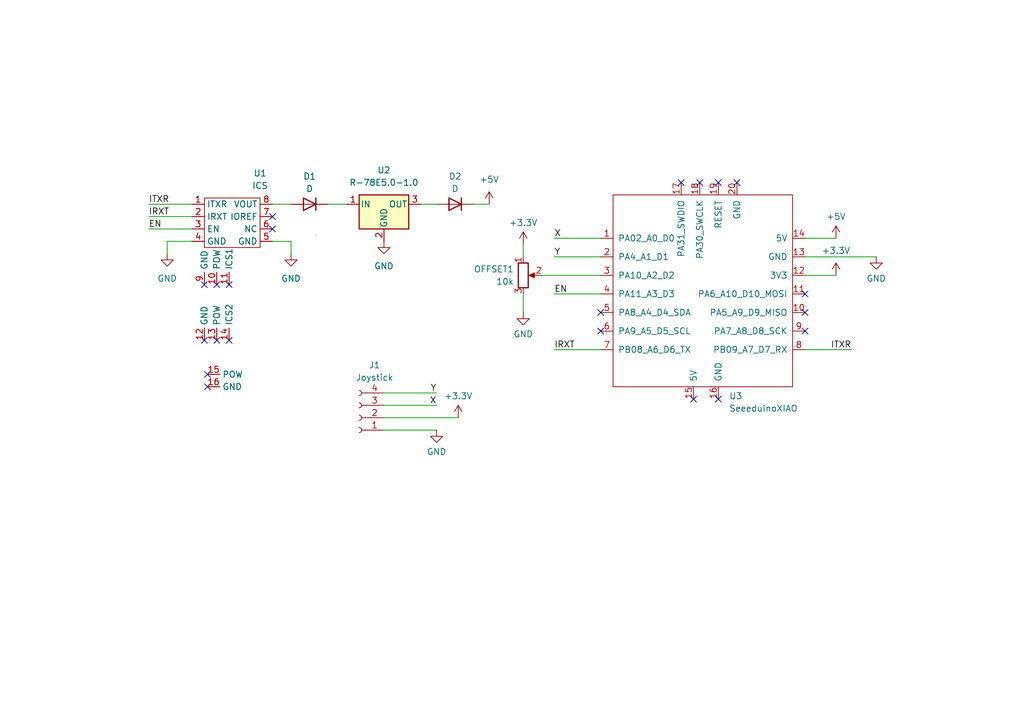
<source format=kicad_sch>
(kicad_sch (version 20230121) (generator eeschema)
  (paper "A5")
  (title_block (title "PCB_OnlyServo") (date "2023-10-18") (company "TORICA-24th"))
  (lib_symbols
    (symbol "Connector:Conn_01x04_Female" (pin_names (offset 1.016) hide)
      (property "Reference" "J" (at 0 5.08 0))
      (property "Value" "Conn_01x04_Female" (at 0 -7.62 0))
      (symbol "Conn_01x04_Female_1_1"
        (arc (start 0 -4.572) (mid -0.5058 -5.08) (end 0 -5.588) (stroke (width 0.1524)))
        (arc (start 0 -2.032) (mid -0.5058 -2.54) (end 0 -3.048) (stroke (width 0.1524)))
        (polyline (pts (xy -1.27 -5.08) (xy -0.508 -5.08)) (stroke (width 0.1524)))
        (polyline (pts (xy -1.27 -2.54) (xy -0.508 -2.54)) (stroke (width 0.1524)))
        (polyline (pts (xy -1.27 0) (xy -0.508 0)) (stroke (width 0.1524)))
        (polyline (pts (xy -1.27 2.54) (xy -0.508 2.54)) (stroke (width 0.1524)))
        (arc (start 0 0.508) (mid -0.5058 0) (end 0 -0.508) (stroke (width 0.1524)))
        (arc (start 0 3.048) (mid -0.5058 2.54) (end 0 2.032) (stroke (width 0.1524)))
        (pin passive line (at -5.08 2.54 0) (length 3.81) (name "Pin_1") (number "1"))
        (pin passive line (at -5.08 0 0) (length 3.81) (name "Pin_2") (number "2"))
        (pin passive line (at -5.08 -2.54 0) (length 3.81) (name "Pin_3") (number "3"))
        (pin passive line (at -5.08 -5.08 0) (length 3.81) (name "Pin_4") (number "4"))
      )
    )
    (symbol "Device:D" (pin_numbers hide) (pin_names (offset 1.016) hide)
      (property "Reference" "D" (at 0 2.54 0))
      (property "Value" "D" (at 0 -2.54 0))
      (symbol "D_0_1"
        (polyline (pts (xy -1.27 1.27) (xy -1.27 -1.27)) (stroke (width 0.254)))
        (polyline (pts (xy 1.27 0) (xy -1.27 0)))
        (polyline (pts (xy 1.27 1.27) (xy 1.27 -1.27) (xy -1.27 0) (xy 1.27 1.27)) (stroke (width 0.254)))
      )
      (symbol "D_1_1"
        (pin passive line (at -3.81 0 0) (length 2.54) (name "K") (number "1"))
        (pin passive line (at 3.81 0 180) (length 2.54) (name "A") (number "2"))
      )
    )
    (symbol "Device:R_Potentiometer" (pin_names (offset 1.016) hide)
      (property "Reference" "RV" (at -4.445 0 90))
      (property "Value" "R_Potentiometer" (at -2.54 0 90))
      (symbol "R_Potentiometer_0_1"
        (polyline (pts (xy 2.54 0) (xy 1.524 0)))
        (polyline (pts (xy 1.143 0) (xy 2.286 0.508) (xy 2.286 -0.508) (xy 1.143 0)) (fill (type outline)))
        (rectangle (start 1.016 2.54) (end -1.016 -2.54) (stroke (width 0.254)))
      )
      (symbol "R_Potentiometer_1_1"
        (pin passive line (at 0 3.81 270) (length 1.27) (name "1") (number "1"))
        (pin passive line (at 3.81 0 180) (length 1.27) (name "2") (number "2"))
        (pin passive line (at 0 -3.81 90) (length 1.27) (name "3") (number "3"))
      )
    )
    (symbol "ICS:ICS"
      (property "Reference" "U" (at 5.08 3.81 0))
      (property "Value" "ICS" (at 5.08 1.27 0))
      (symbol "ICS_0_1"
        (rectangle (start 0 0) (end 11.43 -10.16))
        (rectangle (start 22.86 -7.62) (end 22.86 -7.62))
      )
      (symbol "ICS_1_1"
        (pin input line (at -2.54 -1.27 0) (length 2.54) (name "ITXR") (number "1"))
        (pin input line (at 2.54 -17.78 90) (length 2.54) (name "POW") (number "10"))
        (pin input line (at 5.08 -17.78 90) (length 2.54) (name "ICS1") (number "11"))
        (pin input line (at 0 -29.21 90) (length 2.54) (name "GND") (number "12"))
        (pin input line (at 2.54 -29.21 90) (length 2.54) (name "POW") (number "13"))
        (pin input line (at 5.08 -29.21 90) (length 2.54) (name "ICS2") (number "14"))
        (pin input line (at 0.635 -36.195 0) (length 2.54) (name "POW") (number "15"))
        (pin input line (at 0.635 -38.735 0) (length 2.54) (name "GND") (number "16"))
        (pin input line (at -2.54 -3.81 0) (length 2.54) (name "IRXT") (number "2"))
        (pin input line (at -2.54 -6.35 0) (length 2.54) (name "EN") (number "3"))
        (pin input line (at -2.54 -8.89 0) (length 2.54) (name "GND") (number "4"))
        (pin input line (at 13.97 -8.89 180) (length 2.54) (name "GND") (number "5"))
        (pin input line (at 13.97 -6.35 180) (length 2.54) (name "NC") (number "6"))
        (pin input line (at 13.97 -3.81 180) (length 2.54) (name "IOREF") (number "7"))
        (pin input line (at 13.97 -1.27 180) (length 2.54) (name "VOUT") (number "8"))
        (pin input line (at 0 -17.78 90) (length 2.54) (name "GND") (number "9"))
      )
    )
    (symbol "Regulator_Switching:R-78E5.0-1.0" (pin_names (offset 0.254))
      (property "Reference" "U" (at -3.81 3.175 0))
      (property "Value" "R-78E5.0-1.0" (at 0 3.175 0))
      (symbol "R-78E5.0-1.0_0_1"
        (rectangle (start -5.08 1.905) (end 5.08 -5.08) (stroke (width 0.254)) (fill (type background)))
      )
      (symbol "R-78E5.0-1.0_1_1"
        (pin power_in line (at -7.62 0 0) (length 2.54) (name "IN") (number "1"))
        (pin power_in line (at 0 -7.62 90) (length 2.54) (name "GND") (number "2"))
        (pin power_out line (at 7.62 0 180) (length 2.54) (name "OUT") (number "3"))
      )
    )
    (symbol "Seeeduino XIAO:SeeeduinoXIAO" (pin_names (offset 1.016))
      (property "Reference" "U" (at -19.05 22.86 0))
      (property "Value" "SeeeduinoXIAO" (at -12.7 21.59 0))
      (symbol "SeeeduinoXIAO_0_1"
        (rectangle (start -19.05 20.32) (end 17.78 -19.05))
      )
      (symbol "SeeeduinoXIAO_1_1"
        (pin unspecified line (at -21.59 11.43 0) (length 2.54) (name "PA02_A0_D0") (number "1"))
        (pin unspecified line (at 20.32 -3.81 180) (length 2.54) (name "PA5_A9_D9_MISO") (number "10"))
        (pin unspecified line (at 20.32 0 180) (length 2.54) (name "PA6_A10_D10_MOSI") (number "11"))
        (pin unspecified line (at 20.32 3.81 180) (length 2.54) (name "3V3") (number "12"))
        (pin unspecified line (at 20.32 7.62 180) (length 2.54) (name "GND") (number "13"))
        (pin unspecified line (at 20.32 11.43 180) (length 2.54) (name "5V") (number "14"))
        (pin input line (at -2.54 -21.59 90) (length 2.54) (name "5V") (number "15"))
        (pin input line (at 2.54 -21.59 90) (length 2.54) (name "GND") (number "16"))
        (pin input line (at -5.08 22.86 270) (length 2.54) (name "PA31_SWDIO") (number "17"))
        (pin input line (at -1.27 22.86 270) (length 2.54) (name "PA30_SWCLK") (number "18"))
        (pin input line (at 2.54 22.86 270) (length 2.54) (name "RESET") (number "19"))
        (pin unspecified line (at -21.59 7.62 0) (length 2.54) (name "PA4_A1_D1") (number "2"))
        (pin input line (at 6.35 22.86 270) (length 2.54) (name "GND") (number "20"))
        (pin unspecified line (at -21.59 3.81 0) (length 2.54) (name "PA10_A2_D2") (number "3"))
        (pin unspecified line (at -21.59 0 0) (length 2.54) (name "PA11_A3_D3") (number "4"))
        (pin unspecified line (at -21.59 -3.81 0) (length 2.54) (name "PA8_A4_D4_SDA") (number "5"))
        (pin unspecified line (at -21.59 -7.62 0) (length 2.54) (name "PA9_A5_D5_SCL") (number "6"))
        (pin unspecified line (at -21.59 -11.43 0) (length 2.54) (name "PB08_A6_D6_TX") (number "7"))
        (pin unspecified line (at 20.32 -11.43 180) (length 2.54) (name "PB09_A7_D7_RX") (number "8"))
        (pin unspecified line (at 20.32 -7.62 180) (length 2.54) (name "PA7_A8_D8_SCK") (number "9"))
      )
    )
    (symbol "power:+3.3V" (power) (pin_names (offset 0))
      (property "Value" "+3.3V" (at 0 3.556 0))
      (symbol "+3.3V_0_1"
        (polyline (pts (xy -0.762 1.27) (xy 0 2.54)))
        (polyline (pts (xy 0 0) (xy 0 2.54)))
        (polyline (pts (xy 0 2.54) (xy 0.762 1.27)))
      )
      (symbol "+3.3V_1_1"
        (pin power_in line (at 0 0 90) (length 0) hide (name "+3.3V") (number "1"))
      )
    )
    (symbol "power:+5V" (power) (pin_names (offset 0))
      (property "Value" "+5V" (at 0 3.556 0))
      (symbol "+5V_0_1"
        (polyline (pts (xy -0.762 1.27) (xy 0 2.54)))
        (polyline (pts (xy 0 0) (xy 0 2.54)))
        (polyline (pts (xy 0 2.54) (xy 0.762 1.27)))
      )
      (symbol "+5V_1_1"
        (pin power_in line (at 0 0 90) (length 0) hide (name "+5V") (number "1"))
      )
    )
    (symbol "power:GND" (power) (pin_names (offset 0))
      (property "Value" "GND" (at 0 -3.81 0))
      (symbol "GND_0_1"
        (polyline (pts (xy 0 0) (xy 0 -1.27) (xy 1.27 -1.27) (xy 0 -2.54) (xy -1.27 -1.27) (xy 0 -1.27)))
      )
      (symbol "GND_1_1"
        (pin power_in line (at 0 0 270) (length 0) hide (name "GND") (number "1"))
      )
    )
  )
  (no_connect (at 46.99 58.42))
  (no_connect (at 143.51 37.465))
  (no_connect (at 42.545 79.375))
  (no_connect (at 165.1 64.135))
  (no_connect (at 123.19 64.135))
  (no_connect (at 46.99 69.85))
  (no_connect (at 41.91 58.42))
  (no_connect (at 147.32 37.465))
  (no_connect (at 41.91 69.85))
  (no_connect (at 139.7 37.465))
  (no_connect (at 147.32 81.915))
  (no_connect (at 142.24 81.915))
  (no_connect (at 123.19 67.945))
  (no_connect (at 151.13 37.465))
  (no_connect (at 165.1 67.945))
  (no_connect (at 55.88 46.99))
  (no_connect (at 55.88 44.45))
  (no_connect (at 44.45 58.42))
  (no_connect (at 165.1 60.325))
  (no_connect (at 42.545 76.835))
  (no_connect (at 44.45 69.85))
  (wire (pts (xy 123.19 48.895) (xy 113.665 48.895)))
  (wire (pts (xy 78.74 83.185) (xy 89.535 83.185)))
  (wire (pts (xy 34.29 49.53) (xy 34.29 52.07)))
  (wire (pts (xy 34.29 49.53) (xy 39.37 49.53)))
  (wire (pts (xy 165.1 56.515) (xy 171.45 56.515)))
  (wire (pts (xy 123.19 60.325) (xy 113.665 60.325)))
  (wire (pts (xy 30.48 46.99) (xy 39.37 46.99)))
  (wire (pts (xy 55.88 41.91) (xy 59.69 41.91)))
  (wire (pts (xy 107.315 50.165) (xy 107.315 52.705)))
  (wire (pts (xy 165.1 71.755) (xy 174.625 71.755)))
  (wire (pts (xy 165.1 48.895) (xy 171.45 48.895)))
  (wire (pts (xy 67.31 41.91) (xy 71.12 41.91)))
  (wire (pts (xy 86.36 41.91) (xy 89.535 41.91)))
  (wire (pts (xy 30.48 44.45) (xy 39.37 44.45)))
  (wire (pts (xy 30.48 41.91) (xy 39.37 41.91)))
  (wire (pts (xy 165.1 52.705) (xy 179.705 52.705)))
  (wire (pts (xy 59.69 49.53) (xy 59.69 52.07)))
  (wire (pts (xy 78.74 80.645) (xy 89.535 80.645)))
  (wire (pts (xy 78.74 88.265) (xy 89.535 88.265)))
  (wire (pts (xy 78.74 85.725) (xy 93.98 85.725)))
  (wire (pts (xy 97.155 41.91) (xy 100.33 41.91)))
  (wire (pts (xy 123.19 52.705) (xy 113.665 52.705)))
  (wire (pts (xy 123.19 71.755) (xy 113.665 71.755)))
  (wire (pts (xy 107.315 60.325) (xy 107.315 64.135)))
  (wire (pts (xy 111.125 56.515) (xy 123.19 56.515)))
  (wire (pts (xy 55.88 49.53) (xy 59.69 49.53)))
  (label "X" (at 113.665 48.895 0))
  (label "Y" (at 113.665 52.705 0))
  (label "EN" (at 113.665 60.325 0))
  (label "ITXR" (at 174.625 71.755 180))
  (label "Y" (at 89.535 80.645 180))
  (label "IRXT" (at 113.665 71.755 0))
  (label "EN" (at 30.48 46.99 0))
  (label "ITXR" (at 30.48 41.91 0))
  (label "IRXT" (at 30.48 44.45 0))
  (label "X" (at 89.535 83.185 180))
  (symbol (lib_id "power:+3.3V") (at 107.315 50.165 0) (unit 1)
    (property "Reference" "#PWR08" (effects hide))
    (property "Value" "+3.3V" (at 107.315 45.72 0))
  )
  (symbol (lib_id "power:GND") (at 78.74 49.53 0) (unit 1)
    (property "Reference" "#PWR01" (effects hide))
    (property "Value" "GND" (at 78.74 54.61 0))
  )
  (symbol (lib_id "Device:D") (at 63.5 41.91 180) (unit 1)
    (property "Reference" "D1" (at 63.5 36.195 0))
    (property "Value" "D" (at 63.5 38.735 0))
    (property "Footprint" "Diode_THT:D_A-405_P10.16mm_Horizontal" (effects hide))
    (property "Sim.Device" "D" (effects hide))
    (property "Sim.Pins" "1=K 2=A" (effects hide))
  )
  (symbol (lib_id "Seeeduino XIAO:SeeeduinoXIAO") (at 144.78 60.325 0) (unit 1)
    (property "Reference" "U3" (at 149.5141 81.28 0) (effects (justify left)))
    (property "Value" "SeeeduinoXIAO" (at 149.5141 83.82 0) (effects (justify left)))
    (property "Footprint" "Seeeduino XIAO KICAD:Seeeduino XIAO-MOUDLE14P-2.54-21X17.8MM" (effects hide))
  )
  (symbol (lib_id "power:+3.3V") (at 93.98 85.725 0) (unit 1)
    (property "Reference" "#PWR010" (effects hide))
    (property "Value" "+3.3V" (at 93.98 81.28 0))
  )
  (symbol (lib_id "Connector:Conn_01x04_Female") (at 73.66 85.725 180) (unit 1)
    (property "Reference" "J1" (at 76.835 74.93 0))
    (property "Value" "Joystick" (at 76.835 77.47 0))
    (property "Footprint" "Connector_JST:JST_XH_S4B-XH-A_1x04_P2.50mm_Horizontal" (effects hide))
  )
  (symbol (lib_id "power:+5V") (at 171.45 48.895 0) (unit 1)
    (property "Reference" "#PWR05" (effects hide))
    (property "Value" "+5V" (at 171.45 44.45 0))
  )
  (symbol (lib_id "power:GND") (at 179.705 52.705 0) (unit 1)
    (property "Reference" "#PWR07" (effects hide))
    (property "Value" "GND" (at 179.705 57.15 0))
  )
  (symbol (lib_id "power:GND") (at 59.69 52.07 0) (unit 1)
    (property "Reference" "#PWR02" (effects hide))
    (property "Value" "GND" (at 59.69 57.15 0))
  )
  (symbol (lib_id "power:GND") (at 89.535 88.265 0) (unit 1)
    (property "Reference" "#PWR011" (effects hide))
    (property "Value" "GND" (at 89.535 92.71 0))
  )
  (symbol (lib_id "power:+5V") (at 100.33 41.91 0) (unit 1)
    (property "Reference" "#PWR03" (effects hide))
    (property "Value" "+5V" (at 100.33 36.83 0))
  )
  (symbol (lib_id "ICS:ICS") (at 41.91 40.64 0) (unit 1)
    (property "Reference" "U1" (at 53.34 35.56 0))
    (property "Value" "ICS" (at 53.34 38.1 0))
    (property "Footprint" "ICS:ICS" (effects hide))
  )
  (symbol (lib_id "power:GND") (at 107.315 64.135 0) (unit 1)
    (property "Reference" "#PWR09" (effects hide))
    (property "Value" "GND" (at 107.315 68.58 0))
  )
  (symbol (lib_id "Device:D") (at 93.345 41.91 180) (unit 1)
    (property "Reference" "D2" (at 93.345 36.195 0))
    (property "Value" "D" (at 93.345 38.735 0))
    (property "Footprint" "Diode_THT:D_A-405_P10.16mm_Horizontal" (effects hide))
    (property "Sim.Device" "D" (effects hide))
    (property "Sim.Pins" "1=K 2=A" (effects hide))
  )
  (symbol (lib_id "power:+3.3V") (at 171.45 56.515 0) (unit 1)
    (property "Reference" "#PWR06" (effects hide))
    (property "Value" "+3.3V" (at 171.45 51.435 0))
  )
  (symbol (lib_id "power:GND") (at 34.29 52.07 0) (mirror y) (unit 1)
    (property "Reference" "#PWR04" (effects hide))
    (property "Value" "GND" (at 34.29 57.15 0))
  )
  (symbol (lib_id "Regulator_Switching:R-78E5.0-1.0") (at 78.74 41.91 0) (unit 1)
    (property "Reference" "U2" (at 78.74 34.925 0))
    (property "Value" "R-78E5.0-1.0" (at 78.74 37.465 0))
    (property "Footprint" "Converter_DCDC:Converter_DCDC_RECOM_R-78E-0.5_THT" (effects hide))
    (property "Datasheet" "https://www.recom-power.com/pdf/Innoline/R-78Exx-1.0.pdf" (effects hide))
  )
  (symbol (lib_id "Device:R_Potentiometer") (at 107.315 56.515 0) (unit 1)
    (property "Reference" "OFFSET1" (at 105.41 55.245 0) (effects (justify right)))
    (property "Value" "10k" (at 105.41 57.785 0) (effects (justify right)))
    (property "Footprint" "3386K:3386K" (effects hide))
  )
)
</source>
